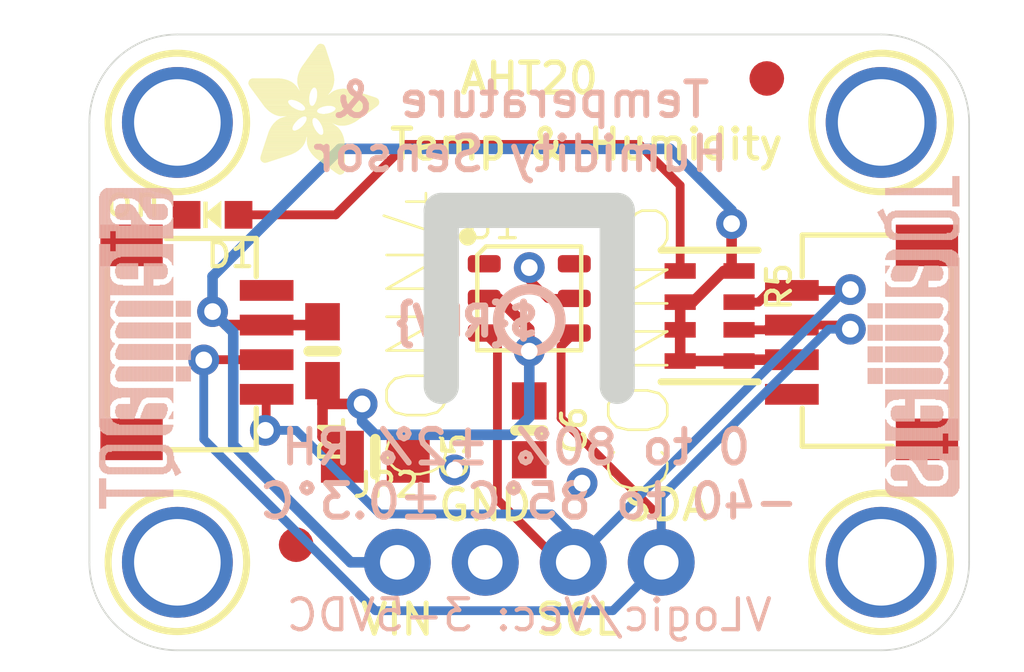
<source format=kicad_pcb>
(kicad_pcb (version 20240108) (generator "pcbnew") (generator_version "8.0")
  (layers (0 "F.Cu" signal) (31 "B.Cu" signal) (34 "B.Paste" user) (35 "F.Paste" user) (36 "B.SilkS" user "B.Silkscreen") (37 "F.SilkS" user "F.Silkscreen") (38 "B.Mask" user) (39 "F.Mask" user) (44 "Edge.Cuts" user))
  (net 0 "")
  (net 1 "SDA")
  (net 2 "SCL")
  (net 3 "GND")
  (net 4 "VCC")
  (net 5 "N$1")
  (net 6 "VDD")
  (footprint "1X04_ROUND_76" (layer "F.Cu") (at 148.5011 111.3536)
    (property "Reference" "JP2" (at -5.1562 -1.8288 0) (layer "F.SilkS") (effects (font (size 0.692831 0.692831) (thickness 0.119969)) (justify left bottom)))
    (property "Value" "")
    (pad "1" thru_hole circle (at -3.81 0 90) (size 1.9304 1.9304) (drill 1) (layers "*.Cu" "*.Mask") (net 4 "VCC"))
    (pad "2" thru_hole circle (at -1.27 0 90) (size 1.9304 1.9304) (drill 1) (layers "*.Cu" "*.Mask") (net 3 "GND"))
    (pad "3" thru_hole circle (at 1.27 0 90) (size 1.9304 1.9304) (drill 1) (layers "*.Cu" "*.Mask") (net 2 "SCL"))
    (pad "4" thru_hole circle (at 3.81 0 90) (size 1.9304 1.9304) (drill 1) (layers "*.Cu" "*.Mask") (net 1 "SDA"))
  )
  (footprint "0603-NO" (layer "F.Cu") (at 142.5321 105.2576 -90)
    (property "Reference" "R1" (at 1.778 0.127 90) (layer "F.SilkS") (effects (font (size 0.692831 0.692831) (thickness 0.119969)) (justify right top)))
    (property "Value" "220")
    (pad "1" smd rect (at -0.85 0 270) (size 1.075 1) (layers "F.Cu" "F.Paste" "F.Mask") (net 4 "VCC"))
    (pad "2" smd rect (at 0.85 0 270) (size 1.075 1) (layers "F.Cu" "F.Paste" "F.Mask") (net 6 "VDD"))
  )
  (footprint "MOUNTINGHOLE_2.5_PLATED" (layer "F.Cu") (at 158.6611 98.6536)
    (property "Reference" "U$20" (hide yes))
    (property "Value" "MOUNTINGHOLE2.5" (hide yes))
    (pad "P$1" thru_hole circle (at 0 0) (size 3.2 3.2) (drill 2.5) (layers "*.Cu" "*.Mask"))
  )
  (footprint "MOUNTINGHOLE_2.5_PLATED" (layer "F.Cu") (at 138.3411 98.6536)
    (property "Reference" "U$19" (hide yes))
    (property "Value" "MOUNTINGHOLE2.5" (hide yes))
    (pad "P$1" thru_hole circle (at 0 0) (size 3.2 3.2) (drill 2.5) (layers "*.Cu" "*.Mask"))
  )
  (footprint "FIDUCIAL_1MM" (layer "F.Cu") (at 155.3591 97.3836)
    (property "Reference" "FID4" (hide yes))
    (property "Value" "FIDUCIAL_1MM" (hide yes))
    (pad "1" smd roundrect (at 0 0) (size 1 1) (layers "F.Cu" "F.Mask") (roundrect_rratio 0.5))
  )
  (footprint "FIDUCIAL_1MM" (layer "F.Cu") (at 141.7701 110.8456)
    (property "Reference" "FID3" (hide yes))
    (property "Value" "FIDUCIAL_1MM" (hide yes))
    (pad "1" smd roundrect (at 0 0) (size 1 1) (layers "F.Cu" "F.Mask") (roundrect_rratio 0.5))
  )
  (footprint "CHIPLED_0603_NOOUTLINE" (layer "F.Cu") (at 139.3571 101.3206 90)
    (property "Reference" "D1" (at -0.762 1.27 0) (layer "F.SilkS") (effects (font (size 0.692831 0.692831) (thickness 0.119969)) (justify right top)))
    (property "Value" "GREEN")
    (pad "A" smd rect (at 0 0.75 90) (size 0.8 0.8) (layers "F.Cu" "F.Paste" "F.Mask") (net 5 "N$1"))
    (pad "C" smd rect (at 0 -0.75 90) (size 0.8 0.8) (layers "F.Cu" "F.Paste" "F.Mask") (net 3 "GND"))
  )
  (footprint "0805-NO" (layer "F.Cu") (at 144.0561 108.3056)
    (property "Reference" "C5" (at 1.905 -0.762 90) (layer "F.SilkS") (effects (font (size 0.692831 0.692831) (thickness 0.119969)) (justify right top)))
    (property "Value" "10uF")
    (pad "1" smd rect (at -0.95 0) (size 1.24 1.5) (layers "F.Cu" "F.Paste" "F.Mask") (net 6 "VDD"))
    (pad "2" smd rect (at 0.95 0) (size 1.24 1.5) (layers "F.Cu" "F.Paste" "F.Mask") (net 3 "GND"))
  )
  (footprint "MOUNTINGHOLE_2.5_PLATED" (layer "F.Cu") (at 158.6611 111.3536)
    (property "Reference" "U$25" (hide yes))
    (property "Value" "MOUNTINGHOLE2.5" (hide yes))
    (pad "P$1" thru_hole circle (at 0 0) (size 3.2 3.2) (drill 2.5) (layers "*.Cu" "*.Mask"))
  )
  (footprint "JST_SH4" (layer "F.Cu") (at 158.5976 105.0036 90)
    (property "Reference" "CONN3" (at -4.6 -5.9 90) (layer "F.SilkS") (effects (font (size 1.703222 1.703222) (thickness 0.074778)) (justify left bottom)))
    (property "Value" "STEMMA_I2C_QT" (hide yes))
    (pad "1" smd rect (at -1.5 -2.514 180) (size 1.55 0.6) (layers "F.Cu" "F.Paste" "F.Mask") (net 3 "GND"))
    (pad "2" smd rect (at -0.5 -2.514 180) (size 1.55 0.6) (layers "F.Cu" "F.Paste" "F.Mask") (net 4 "VCC"))
    (pad "3" smd rect (at 0.5 -2.514 180) (size 1.55 0.6) (layers "F.Cu" "F.Paste" "F.Mask") (net 1 "SDA"))
    (pad "4" smd rect (at 1.5 -2.514 180) (size 1.55 0.6) (layers "F.Cu" "F.Paste" "F.Mask") (net 2 "SCL"))
    (pad "MT1" smd rect (at -2.8 1.386 180) (size 1.8 1.2) (layers "F.Cu" "F.Paste" "F.Mask") (net 3 "GND"))
    (pad "MT2" smd rect (at 2.8 1.386 180) (size 1.8 1.2) (layers "F.Cu" "F.Paste" "F.Mask") (net 3 "GND"))
  )
  (footprint "ADAFRUIT_3.5MM" (layer "F.Cu") (at 140.3731 100.1776)
    (property "Reference" "U$28" (hide yes))
    (property "Value" "" (hide yes))
  )
  (footprint "JST_SH4" (layer "F.Cu") (at 138.4046 105.0036 -90)
    (property "Reference" "CONN4" (at -4.6 -5.9 90) (layer "F.SilkS") (effects (font (size 1.703222 1.703222) (thickness 0.074778)) (justify right top)))
    (property "Value" "STEMMA_I2C_QT" (hide yes))
    (pad "1" smd rect (at -1.5 -2.514) (size 1.55 0.6) (layers "F.Cu" "F.Paste" "F.Mask") (net 3 "GND"))
    (pad "2" smd rect (at -0.5 -2.514) (size 1.55 0.6) (layers "F.Cu" "F.Paste" "F.Mask") (net 4 "VCC"))
    (pad "3" smd rect (at 0.5 -2.514) (size 1.55 0.6) (layers "F.Cu" "F.Paste" "F.Mask") (net 1 "SDA"))
    (pad "4" smd rect (at 1.5 -2.514) (size 1.55 0.6) (layers "F.Cu" "F.Paste" "F.Mask") (net 2 "SCL"))
    (pad "MT1" smd rect (at -2.8 1.386) (size 1.8 1.2) (layers "F.Cu" "F.Paste" "F.Mask") (net 3 "GND"))
    (pad "MT2" smd rect (at 2.8 1.386) (size 1.8 1.2) (layers "F.Cu" "F.Paste" "F.Mask") (net 3 "GND"))
  )
  (footprint "RESPACK_4X0603" (layer "F.Cu") (at 153.7081 104.2416 -90)
    (property "Reference" "R5" (at -1.6 -1.6 90) (layer "F.SilkS") (effects (font (size 0.692831 0.692831) (thickness 0.119969)) (justify right top)))
    (property "Value" "10K")
    (pad "1" smd rect (at -1.3 0.85 270) (size 0.45 0.9) (layers "F.Cu" "F.Paste" "F.Mask") (net 5 "N$1"))
    (pad "2" smd rect (at -0.4 0.85 270) (size 0.45 0.9) (layers "F.Cu" "F.Paste" "F.Mask") (net 4 "VCC"))
    (pad "3" smd rect (at 0.4 0.85 270) (size 0.45 0.9) (layers "F.Cu" "F.Paste" "F.Mask") (net 4 "VCC"))
    (pad "4" smd rect (at 1.3 0.85 270) (size 0.45 0.9) (layers "F.Cu" "F.Paste" "F.Mask") (net 4 "VCC"))
    (pad "5" smd rect (at 1.3 -0.85 270) (size 0.45 0.9) (layers "F.Cu" "F.Paste" "F.Mask") (net 4 "VCC"))
    (pad "6" smd rect (at 0.4 -0.85 270) (size 0.45 0.9) (layers "F.Cu" "F.Paste" "F.Mask") (net 1 "SDA"))
    (pad "7" smd rect (at -0.4 -0.85 270) (size 0.45 0.9) (layers "F.Cu" "F.Paste" "F.Mask") (net 2 "SCL"))
    (pad "8" smd rect (at -1.3 -0.85 270) (size 0.45 0.9) (layers "F.Cu" "F.Paste" "F.Mask") (net 4 "VCC"))
  )
  (footprint "MOUNTINGHOLE_2.5_PLATED" (layer "F.Cu") (at 138.3411 111.3536)
    (property "Reference" "U$22" (hide yes))
    (property "Value" "MOUNTINGHOLE2.5" (hide yes))
    (pad "P$1" thru_hole circle (at 0 0) (size 3.2 3.2) (drill 2.5) (layers "*.Cu" "*.Mask"))
  )
  (footprint "0603-NO" (layer "F.Cu") (at 148.5011 107.5436 -90)
    (property "Reference" "C6" (at -0.762 -0.889 90) (layer "F.SilkS") (effects (font (size 0.692831 0.692831) (thickness 0.119969)) (justify right top)))
    (property "Value" "0.1uF")
    (pad "1" smd rect (at -0.85 0 270) (size 1.075 1) (layers "F.Cu" "F.Paste" "F.Mask") (net 6 "VDD"))
    (pad "2" smd rect (at 0.85 0 270) (size 1.075 1) (layers "F.Cu" "F.Paste" "F.Mask") (net 3 "GND"))
  )
  (footprint "SNR6-1.0-3X3X1MM" (layer "F.Cu") (at 148.5011 103.7336)
    (property "Reference" "U1" (at -1.905 -1.651 0) (layer "F.SilkS") (effects (font (size 0.795122 0.795122) (thickness 0.093878)) (justify left bottom)))
    (property "Value" "AHT20")
    (pad "1" smd roundrect (at -1.3 -1) (size 0.95 0.5) (layers "F.Cu" "F.Paste" "F.Mask"))
    (pad "2" smd roundrect (at -1.3 0) (size 0.95 0.5) (layers "F.Cu" "F.Paste" "F.Mask") (net 6 "VDD"))
    (pad "3" smd roundrect (at -1.3 1) (size 0.95 0.5) (layers "F.Cu" "F.Paste" "F.Mask") (net 2 "SCL"))
    (pad "4" smd roundrect (at 1.3 1) (size 0.95 0.5) (layers "F.Cu" "F.Paste" "F.Mask") (net 1 "SDA"))
    (pad "5" smd roundrect (at 1.3 0) (size 0.95 0.5) (layers "F.Cu" "F.Paste" "F.Mask") (net 3 "GND"))
    (pad "6" smd roundrect (at 1.3 -1) (size 0.95 0.5) (layers "F.Cu" "F.Paste" "F.Mask"))
  )
  (footprint "STEMMAQT" (layer "B.Cu") (at 138.7221 100.5586 -90)
    (property "Reference" "U$31" (hide yes))
    (property "Value" "" (hide yes))
  )
  (footprint "PCBFEAT-REV-040" (layer "B.Cu") (at 148.5011 104.3686 180)
    (property "Reference" "U$29" (hide yes))
    (property "Value" "" (hide yes))
    (fp_text user "${REV}" (at -0.3556 -0.508 0) (layer "B.SilkS") (effects (font (size 0.8128 0.8128) (thickness 0.2032)) (justify left bottom mirror)))
  )
  (footprint "STEMMAQT" (layer "B.Cu") (at 158.2801 109.4486 90)
    (property "Reference" "U$30" (hide yes))
    (property "Value" "" (hide yes))
  )
  (gr_line (start 158.6611 96.1136) (end 138.3411 96.1136) (stroke (width 0.05)) (layer "Edge.Cuts"))
  (gr_line (start 138.3411 113.8936) (end 158.6611 113.8936) (stroke (width 0.05)) (layer "Edge.Cuts"))
  (gr_line (start 135.8011 98.6536) (end 135.8011 111.3536) (stroke (width 0.05)) (layer "Edge.Cuts"))
  (gr_arc (start 158.6611 96.1136) (mid 160.457151 96.857549) (end 161.2011 98.6536) (stroke (width 0.05)) (layer "Edge.Cuts"))
  (gr_line (start 145.9611 101.1936) (end 151.0411 101.1936) (stroke (width 1.016)) (layer "Edge.Cuts"))
  (gr_arc (start 138.3411 113.8936) (mid 136.545049 113.149651) (end 135.8011 111.3536) (stroke (width 0.05)) (layer "Edge.Cuts"))
  (gr_line (start 145.9611 106.2736) (end 145.9611 101.1936) (stroke (width 1.016)) (layer "Edge.Cuts"))
  (gr_line (start 151.0411 101.1936) (end 151.0411 106.2736) (stroke (width 1.016)) (layer "Edge.Cuts"))
  (gr_line (start 161.2011 111.3536) (end 161.2011 98.6536) (stroke (width 0.05)) (layer "Edge.Cuts"))
  (gr_arc (start 161.2011 111.3536) (mid 160.457151 113.149651) (end 158.6611 113.8936) (stroke (width 0.05)) (layer "Edge.Cuts"))
  (gr_arc (start 135.8011 98.6536) (mid 136.545049 96.857549) (end 138.3411 96.1136) (stroke (width 0.05)) (layer "Edge.Cuts"))
  (gr_text "Temperature &\nHumidity Sensor" (at 148.2471 98.7806 0) (layer "B.SilkS") (effects (font (size 0.97155 0.97155) (thickness 0.17145)) (justify mirror)))
  (gr_text "VLogic/Vcc: 3-5VDC" (at 148.5011 112.8776 0) (layer "B.SilkS") (effects (font (size 0.89408 0.89408) (thickness 0.12192)) (justify mirror)))
  (gr_text "0 to 80% ±2% RH\n-40 to 85°C ±0.3°C " (at 148.1201 108.8136 0) (layer "B.SilkS") (effects (font (size 0.97155 0.97155) (thickness 0.17145)) (justify mirror)))
  (gr_text "on" (at 136.1821 101.4476 0) (layer "F.SilkS") (effects (font (size 0.89408 0.89408) (thickness 0.12192)) (justify left bottom)))
  (gr_text "Temp & Humidity" (at 150.1521 99.2886 0) (layer "F.SilkS") (effects (font (size 0.8636 0.8636) (thickness 0.1524))))
  (gr_text "AHT20" (at 148.5011 97.3836 0) (layer "F.SilkS") (effects (font (size 0.8636 0.8636) (thickness 0.1524))))
  (gr_text "GND" (at 147.2311 109.7026 0) (layer "F.SilkS") (effects (font (size 0.87376 0.87376) (thickness 0.14224))))
  (gr_text "SCL" (at 149.8981 113.0046 0) (layer "F.SilkS") (effects (font (size 0.87376 0.87376) (thickness 0.14224))))
  (gr_text "VIN" (at 144.6911 113.0046 0) (layer "F.SilkS") (effects (font (size 0.87376 0.87376) (thickness 0.14224))))
  (gr_text "SDA" (at 152.4381 109.7026 0) (layer "F.SilkS") (effects (font (size 0.87376 0.87376) (thickness 0.14224))))
  (segment (start 156.0836 104.5036) (end 157.6531 104.5036) (width 0.254) (layer "F.Cu") (net 1))
  (segment (start 149.8011 104.7336) (end 149.4201 105.1146) (width 0.254) (layer "F.Cu") (net 1))
  (segment (start 140.9186 105.5036) (end 139.1111 105.5036) (width 0.254) (layer "F.Cu") (net 1))
  (segment (start 139.1111 105.5036) (end 139.1031 105.5116) (width 0.254) (layer "F.Cu") (net 1))
  (segment (start 152.3111 110.0836) (end 152.3111 111.3536) (width 0.254) (layer "F.Cu") (net 1))
  (segment (start 156.0756 104.4956) (end 156.0836 104.5036) (width 0.254) (layer "F.Cu") (net 1))
  (segment (start 155.4861 104.4956) (end 156.0756 104.4956) (width 0.254) (layer "F.Cu") (net 1))
  (segment (start 155.3401 104.6416) (end 155.4861 104.4956) (width 0.254) (layer "F.Cu") (net 1))
  (segment (start 149.4201 105.1146) (end 149.4201 107.1926) (width 0.254) (layer "F.Cu") (net 1))
  (segment (start 154.5581 104.6416) (end 155.3401 104.6416) (width 0.254) (layer "F.Cu") (net 1))
  (segment (start 149.4201 107.1926) (end 152.3111 110.0836) (width 0.254) (layer "F.Cu") (net 1))
  (segment (start 157.6531 104.5036) (end 157.7721 104.6226) (width 0.254) (layer "F.Cu") (net 1))
  (via (at 157.7721 104.6226) (size 0.889) (drill 0.4826) (layers "F.Cu" "B.Cu") (net 1))
  (via (at 139.1031 105.5116) (size 0.889) (drill 0.4826) (layers "F.Cu" "B.Cu") (net 1))
  (segment (start 139.1031 105.5116) (end 139.1031 107.7976) (width 0.254) (layer "B.Cu") (net 1))
  (segment (start 139.1031 107.7976) (end 144.0561 112.7506) (width 0.254) (layer "B.Cu") (net 1))
  (segment (start 144.0561 112.7506) (end 150.9141 112.7506) (width 0.254) (layer "B.Cu") (net 1))
  (segment (start 150.9141 112.7506) (end 152.3111 111.3536) (width 0.254) (layer "B.Cu") (net 1))
  (segment (start 157.7721 104.6226) (end 157.148681 104.6226) (width 0.254) (layer "B.Cu") (net 1))
  (segment (start 157.148681 104.6226) (end 152.3111 109.460182) (width 0.254) (layer "B.Cu") (net 1))
  (segment (start 152.3111 109.460182) (end 152.3111 111.3536) (width 0.254) (layer "B.Cu") (net 1))
  (segment (start 147.2011 104.7336) (end 147.5821 105.1146) (width 0.254) (layer "F.Cu") (net 2))
  (segment (start 140.9186 106.5036) (end 140.9051 106.5171) (width 0.254) (layer "F.Cu") (net 2))
  (segment (start 149.3901 111.3536) (end 147.5821 109.5456) (width 0.254) (layer "F.Cu") (net 2))
  (segment (start 140.9051 106.5171) (end 140.9051 107.5196) (width 0.254) (layer "F.Cu") (net 2))
  (segment (start 156.0836 103.5036) (end 157.7481 103.5036) (width 0.254) (layer "F.Cu") (net 2))
  (segment (start 155.1241 103.8416) (end 155.4621 103.5036) (width 0.254) (layer "F.Cu") (net 2))
  (segment (start 154.5581 103.8416) (end 155.1241 103.8416) (width 0.254) (layer "F.Cu") (net 2))
  (segment (start 155.4621 103.5036) (end 156.0836 103.5036) (width 0.254) (layer "F.Cu") (net 2))
  (segment (start 157.7481 103.5036) (end 157.7721 103.4796) (width 0.254) (layer "F.Cu") (net 2))
  (segment (start 147.5821 105.1146) (end 147.5821 109.5456) (width 0.254) (layer "F.Cu") (net 2))
  (segment (start 149.3901 111.3536) (end 149.7711 111.3536) (width 0.254) (layer "F.Cu") (net 2))
  (segment (start 140.8811 107.5436) (end 140.9051 107.5196) (width 0.254) (layer "F.Cu") (net 2))
  (via (at 140.8811 107.5436) (size 0.889) (drill 0.4826) (layers "F.Cu" "B.Cu") (net 2))
  (via (at 157.7721 103.4796) (size 0.889) (drill 0.4826) (layers "F.Cu" "B.Cu") (net 2))
  (segment (start 144.1831 109.9566) (end 141.7701 107.5436) (width 0.254) (layer "B.Cu") (net 2))
  (segment (start 144.1831 109.9566) (end 149.1361 109.9566) (width 0.254) (layer "B.Cu") (net 2))
  (segment (start 149.7711 110.5916) (end 149.7711 111.3536) (width 0.254) (layer "B.Cu") (net 2))
  (segment (start 141.7701 107.5436) (end 140.8811 107.5436) (width 0.254) (layer "B.Cu") (net 2))
  (segment (start 157.7721 103.4796) (end 157.6451 103.4796) (width 0.254) (layer "B.Cu") (net 2))
  (segment (start 157.6451 103.4796) (end 149.7711 111.3536) (width 0.254) (layer "B.Cu") (net 2))
  (segment (start 149.1361 109.9566) (end 149.7711 110.5916) (width 0.254) (layer "B.Cu") (net 2))
  (segment (start 149.0391 103.7336) (end 148.5011 103.1956) (width 0.254) (layer "F.Cu") (net 3))
  (segment (start 149.8011 103.7336) (end 149.0391 103.7336) (width 0.254) (layer "F.Cu") (net 3))
  (segment (start 148.5011 102.8446) (end 148.5011 103.1956) (width 0.254) (layer "F.Cu") (net 3))
  (via (at 148.5011 102.8446) (size 0.889) (drill 0.4826) (layers "F.Cu" "B.Cu") (net 3))
  (via (at 150.0251 109.0676) (size 0.889) (drill 0.4826) (layers "F.Cu" "B.Cu") (net 3))
  (via (at 146.3421 108.6866) (size 0.889) (drill 0.4826) (layers "F.Cu" "B.Cu") (net 3))
  (segment (start 139.7461 104.5036) (end 139.3571 104.1146) (width 0.3048) (layer "F.Cu") (net 4))
  (segment (start 152.8581 105.5416) (end 154.5581 105.5416) (width 0.3048) (layer "F.Cu") (net 4))
  (segment (start 152.8581 104.6416) (end 152.8581 105.5416) (width 0.3048) (layer "F.Cu") (net 4))
  (segment (start 154.1191 102.9416) (end 153.2191 103.8416) (width 0.3048) (layer "F.Cu") (net 4))
  (segment (start 140.9186 104.5036) (end 142.4361 104.5036) (width 0.3048) (layer "F.Cu") (net 4))
  (segment (start 156.0836 105.5036) (end 154.5961 105.5036) (width 0.3048) (layer "F.Cu") (net 4))
  (segment (start 154.3431 102.9416) (end 154.1191 102.9416) (width 0.3048) (layer "F.Cu") (net 4))
  (segment (start 154.5581 102.9416) (end 154.3431 102.9416) (width 0.3048) (layer "F.Cu") (net 4))
  (segment (start 152.8581 103.8416) (end 152.8581 104.6416) (width 0.3048) (layer "F.Cu") (net 4))
  (segment (start 154.5961 105.5036) (end 154.5581 105.5416) (width 0.3048) (layer "F.Cu") (net 4))
  (segment (start 153.2191 103.8416) (end 152.8581 103.8416) (width 0.3048) (layer "F.Cu") (net 4))
  (segment (start 140.9186 104.5036) (end 139.7461 104.5036) (width 0.3048) (layer "F.Cu") (net 4))
  (segment (start 154.3431 101.5746) (end 154.3431 102.9416) (width 0.3048) (layer "F.Cu") (net 4))
  (segment (start 142.4361 104.5036) (end 142.5321 104.4076) (width 0.3048) (layer "F.Cu") (net 4))
  (via (at 139.3571 104.1146) (size 0.889) (drill 0.4826) (layers "F.Cu" "B.Cu") (net 4))
  (via (at 154.3431 101.5746) (size 0.889) (drill 0.4826) (layers "F.Cu" "B.Cu") (net 4))
  (segment (start 139.3571 103.0986) (end 143.0401 99.4156) (width 0.3048) (layer "B.Cu") (net 4))
  (segment (start 143.3416 111.3536) (end 144.6911 111.3536) (width 0.3048) (layer "B.Cu") (net 4))
  (segment (start 139.954 107.966) (end 143.3416 111.3536) (width 0.3048) (layer "B.Cu") (net 4))
  (segment (start 152.5651 99.4156) (end 154.3431 101.1936) (width 0.3048) (layer "B.Cu") (net 4))
  (segment (start 139.3571 104.1146) (end 139.3571 103.0986) (width 0.3048) (layer "B.Cu") (net 4))
  (segment (start 139.954 104.7115) (end 139.954 107.966) (width 0.3048) (layer "B.Cu") (net 4))
  (segment (start 143.0401 99.4156) (end 152.5651 99.4156) (width 0.3048) (layer "B.Cu") (net 4))
  (segment (start 139.3571 104.1146) (end 139.954 104.7115) (width 0.3048) (layer "B.Cu") (net 4))
  (segment (start 154.3431 101.1936) (end 154.3431 101.5746) (width 0.3048) (layer "B.Cu") (net 4))
  (segment (start 152.8581 100.4706) (end 152.8581 102.9416) (width 0.254) (layer "F.Cu") (net 5))
  (segment (start 140.1071 101.3206) (end 142.9131 101.3206) (width 0.254) (layer "F.Cu") (net 5))
  (segment (start 142.9131 101.3206) (end 144.9451 99.2886) (width 0.254) (layer "F.Cu") (net 5))
  (segment (start 151.6761 99.2886) (end 152.8581 100.4706) (width 0.254) (layer "F.Cu") (net 5))
  (segment (start 144.9451 99.2886) (end 151.6761 99.2886) (width 0.254) (layer "F.Cu") (net 5))
  (segment (start 148.5011 105.2576) (end 148.5011 106.6936) (width 0.3048) (layer "F.Cu") (net 6))
  (segment (start 142.5321 106.1076) (end 142.5321 106.7816) (width 0.3048) (layer "F.Cu") (net 6))
  (segment (start 147.6121 103.7336) (end 148.5011 104.6226) (width 0.3048) (layer "F.Cu") (net 6))
  (segment (start 148.5011 104.6226) (end 148.5011 105.2576) (width 0.3048) (layer "F.Cu") (net 6))
  (segment (start 142.5321 107.7316) (end 143.1061 108.3056) (width 0.3048) (layer "F.Cu") (net 6))
  (segment (start 142.5321 106.7816) (end 143.6751 106.7816) (width 0.3048) (layer "F.Cu") (net 6))
  (segment (start 142.5321 106.1076) (end 142.5321 107.7316) (width 0.3048) (layer "F.Cu") (net 6))
  (segment (start 147.2011 103.7336) (end 147.6121 103.7336) (width 0.3048) (layer "F.Cu") (net 6))
  (via (at 148.5011 105.2576) (size 0.889) (drill 0.4826) (layers "F.Cu" "B.Cu") (net 6))
  (via (at 143.6751 106.7816) (size 0.889) (drill 0.4826) (layers "F.Cu" "B.Cu") (net 6))
  (segment (start 143.6751 106.7816) (end 143.6751 107.2896) (width 0.3048) (layer "B.Cu") (net 6))
  (segment (start 147.9931 107.6706) (end 148.5011 107.1626) (width 0.3048) (layer "B.Cu") (net 6))
  (segment (start 148.5011 107.1626) (end 148.5011 105.2576) (width 0.3048) (layer "B.Cu") (net 6))
  (segment (start 144.0561 107.6706) (end 143.6751 107.2896) (width 0.3048) (layer "B.Cu") (net 6))
  (segment (start 144.0561 107.6706) (end 147.9931 107.6706) (width 0.3048) (layer "B.Cu") (net 6))
)
</source>
